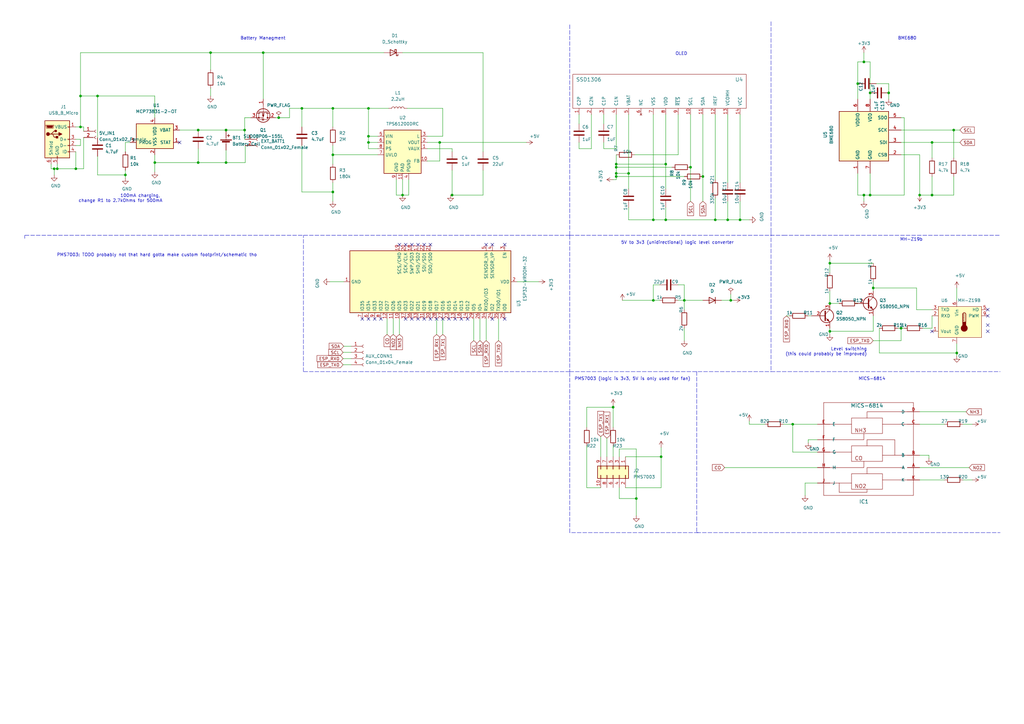
<source format=kicad_sch>
(kicad_sch (version 20210126) (generator eeschema)
  (paper "A3")
  (title_block (title "DiyAqi Esp32 Smb pcb") (date "2021-02-07") (rev "v0.0.1") (company "Elam Day-Friedland"))
  (junction (at 22.225 69.215) (diameter 0.9144))
  (junction (at 23.495 69.215) (diameter 0.9144))
  (junction (at 31.115 69.215) (diameter 0.9144))
  (junction (at 33.02 39.37) (diameter 0.9144))
  (junction (at 33.02 52.07) (diameter 0.9144))
  (junction (at 40.005 39.37) (diameter 0.9144))
  (junction (at 51.435 71.755) (diameter 0.9144))
  (junction (at 63.5 66.675) (diameter 0.9144))
  (junction (at 81.28 53.34) (diameter 0.9144))
  (junction (at 81.28 66.675) (diameter 0.9144))
  (junction (at 86.36 21.59) (diameter 0.9144))
  (junction (at 92.71 53.34) (diameter 0.9144))
  (junction (at 92.71 66.675) (diameter 0.9144))
  (junction (at 100.33 53.34) (diameter 0.9144))
  (junction (at 107.95 21.59) (diameter 0.9144))
  (junction (at 114.3 48.26) (diameter 0.9144))
  (junction (at 123.825 44.45) (diameter 0.9144))
  (junction (at 136.525 44.45) (diameter 0.9144))
  (junction (at 136.525 63.5) (diameter 0.9144))
  (junction (at 136.525 78.74) (diameter 0.9144))
  (junction (at 151.13 44.45) (diameter 0.9144))
  (junction (at 151.13 55.88) (diameter 0.9144))
  (junction (at 151.13 58.42) (diameter 0.9144))
  (junction (at 165.1 80.01) (diameter 0.9144))
  (junction (at 180.34 58.42) (diameter 0.9144))
  (junction (at 185.42 80.01) (diameter 0.9144))
  (junction (at 251.46 167.005) (diameter 0.9144))
  (junction (at 252.73 67.31) (diameter 0.9144))
  (junction (at 252.73 68.58) (diameter 0.9144))
  (junction (at 252.73 71.12) (diameter 0.9144))
  (junction (at 252.73 72.39) (diameter 0.9144))
  (junction (at 257.81 71.12) (diameter 0.9144))
  (junction (at 260.985 204.47) (diameter 0.9144))
  (junction (at 267.97 90.17) (diameter 0.9144))
  (junction (at 267.97 123.19) (diameter 0.9144))
  (junction (at 271.145 187.325) (diameter 0.9144))
  (junction (at 273.05 67.31) (diameter 0.9144))
  (junction (at 273.05 90.17) (diameter 0.9144))
  (junction (at 280.67 123.19) (diameter 0.9144))
  (junction (at 283.21 68.58) (diameter 0.9144))
  (junction (at 288.29 72.39) (diameter 0.9144))
  (junction (at 293.37 90.17) (diameter 0.9144))
  (junction (at 298.45 90.17) (diameter 0.9144))
  (junction (at 299.72 123.19) (diameter 0.9144))
  (junction (at 303.53 90.17) (diameter 0.9144))
  (junction (at 325.12 173.99) (diameter 0.9144))
  (junction (at 340.36 107.95) (diameter 0.9144))
  (junction (at 340.36 124.46) (diameter 0.9144))
  (junction (at 340.36 135.89) (diameter 0.9144))
  (junction (at 351.79 34.29) (diameter 0.9144))
  (junction (at 354.33 25.4) (diameter 0.9144))
  (junction (at 354.33 80.01) (diameter 0.9144))
  (junction (at 356.87 38.1) (diameter 0.9144))
  (junction (at 356.87 80.01) (diameter 0.9144))
  (junction (at 358.14 118.11) (diameter 0.9144))
  (junction (at 364.49 38.1) (diameter 0.9144))
  (junction (at 369.57 134.62) (diameter 0.9144))
  (junction (at 377.19 80.01) (diameter 0.9144))
  (junction (at 382.27 58.42) (diameter 0.9144))
  (junction (at 382.27 80.01) (diameter 0.9144))
  (junction (at 391.16 53.34) (diameter 0.9144))
  (junction (at 392.43 144.78) (diameter 0.9144))
  (no_connect (at 73.66 58.42))
  (no_connect (at 148.59 130.81))
  (no_connect (at 151.13 130.81))
  (no_connect (at 153.67 130.81))
  (no_connect (at 156.21 130.81))
  (no_connect (at 163.83 100.33))
  (no_connect (at 166.37 100.33))
  (no_connect (at 166.37 130.81))
  (no_connect (at 168.91 100.33))
  (no_connect (at 168.91 130.81))
  (no_connect (at 171.45 100.33))
  (no_connect (at 171.45 130.81))
  (no_connect (at 173.99 100.33))
  (no_connect (at 173.99 130.81))
  (no_connect (at 176.53 100.33))
  (no_connect (at 176.53 130.81))
  (no_connect (at 179.07 130.81))
  (no_connect (at 181.61 130.81))
  (no_connect (at 184.15 130.81))
  (no_connect (at 186.69 130.81))
  (no_connect (at 189.23 130.81))
  (no_connect (at 191.77 130.81))
  (no_connect (at 199.39 100.33))
  (no_connect (at 201.93 100.33))
  (no_connect (at 201.93 130.81))
  (no_connect (at 207.01 100.33))
  (no_connect (at 207.01 130.81))
  (no_connect (at 382.27 135.89))
  (no_connect (at 405.13 127))
  (no_connect (at 405.13 129.54))
  (no_connect (at 405.13 133.35))
  (no_connect (at 405.13 135.89))
  (wire (pts (xy 20.955 67.31) (xy 20.955 69.215)))
  (wire (pts (xy 20.955 69.215) (xy 22.225 69.215)))
  (wire (pts (xy 22.225 69.215) (xy 22.225 71.755)))
  (wire (pts (xy 22.225 69.215) (xy 23.495 69.215)))
  (wire (pts (xy 23.495 67.31) (xy 23.495 69.215)))
  (wire (pts (xy 23.495 69.215) (xy 31.115 69.215)))
  (wire (pts (xy 31.115 52.07) (xy 33.02 52.07)))
  (wire (pts (xy 31.115 57.15) (xy 33.02 57.15)))
  (wire (pts (xy 31.115 59.69) (xy 33.02 59.69)))
  (wire (pts (xy 31.115 62.23) (xy 31.115 69.215)))
  (wire (pts (xy 33.02 21.59) (xy 33.02 39.37)))
  (wire (pts (xy 33.02 21.59) (xy 86.36 21.59)))
  (wire (pts (xy 33.02 39.37) (xy 33.02 52.07)))
  (wire (pts (xy 33.02 57.15) (xy 33.02 59.69)))
  (wire (pts (xy 34.29 52.07) (xy 33.02 52.07)))
  (wire (pts (xy 34.29 52.07) (xy 34.29 53.848)))
  (wire (pts (xy 34.29 56.388) (xy 34.29 69.215)))
  (wire (pts (xy 34.29 69.215) (xy 31.115 69.215)))
  (wire (pts (xy 40.005 39.37) (xy 33.02 39.37)))
  (wire (pts (xy 40.005 39.37) (xy 40.005 56.515)))
  (wire (pts (xy 40.005 64.135) (xy 40.005 71.755)))
  (wire (pts (xy 40.005 71.755) (xy 51.435 71.755)))
  (wire (pts (xy 51.435 58.42) (xy 51.435 62.23)))
  (wire (pts (xy 51.435 69.85) (xy 51.435 71.755)))
  (wire (pts (xy 51.435 71.755) (xy 51.435 73.025)))
  (wire (pts (xy 53.34 58.42) (xy 51.435 58.42)))
  (wire (pts (xy 63.5 39.37) (xy 40.005 39.37)))
  (wire (pts (xy 63.5 48.26) (xy 63.5 39.37)))
  (wire (pts (xy 63.5 63.5) (xy 63.5 66.675)))
  (wire (pts (xy 63.5 66.675) (xy 63.5 70.485)))
  (wire (pts (xy 63.5 66.675) (xy 81.28 66.675)))
  (wire (pts (xy 73.66 53.34) (xy 81.28 53.34)))
  (wire (pts (xy 81.28 53.34) (xy 92.71 53.34)))
  (wire (pts (xy 81.28 66.675) (xy 81.28 60.96)))
  (wire (pts (xy 81.28 66.675) (xy 92.71 66.675)))
  (wire (pts (xy 86.36 21.59) (xy 86.36 28.575)))
  (wire (pts (xy 86.36 21.59) (xy 107.95 21.59)))
  (wire (pts (xy 86.36 36.195) (xy 86.36 39.37)))
  (wire (pts (xy 92.71 53.34) (xy 92.71 53.975)))
  (wire (pts (xy 92.71 53.34) (xy 100.33 53.34)))
  (wire (pts (xy 92.71 61.595) (xy 92.71 66.675)))
  (wire (pts (xy 92.71 66.675) (xy 100.584 66.675)))
  (wire (pts (xy 100.33 48.26) (xy 100.33 53.34)))
  (wire (pts (xy 100.33 48.26) (xy 102.87 48.26)))
  (wire (pts (xy 100.33 53.34) (xy 100.33 57.15)))
  (wire (pts (xy 100.33 57.15) (xy 100.584 57.15)))
  (wire (pts (xy 100.584 59.69) (xy 100.584 66.675)))
  (wire (pts (xy 107.95 21.59) (xy 107.95 40.64)))
  (wire (pts (xy 107.95 21.59) (xy 157.48 21.59)))
  (wire (pts (xy 113.03 48.26) (xy 114.3 48.26)))
  (wire (pts (xy 114.3 48.26) (xy 118.745 48.26)))
  (wire (pts (xy 118.745 44.45) (xy 123.825 44.45)))
  (wire (pts (xy 118.745 48.26) (xy 118.745 44.45)))
  (wire (pts (xy 123.825 44.45) (xy 123.825 52.07)))
  (wire (pts (xy 123.825 44.45) (xy 136.525 44.45)))
  (wire (pts (xy 123.825 59.69) (xy 123.825 78.74)))
  (wire (pts (xy 123.825 78.74) (xy 136.525 78.74)))
  (wire (pts (xy 136.525 44.45) (xy 136.525 52.07)))
  (wire (pts (xy 136.525 44.45) (xy 151.13 44.45)))
  (wire (pts (xy 136.525 59.69) (xy 136.525 63.5)))
  (wire (pts (xy 136.525 63.5) (xy 136.525 67.31)))
  (wire (pts (xy 136.525 74.93) (xy 136.525 78.74)))
  (wire (pts (xy 136.525 78.74) (xy 136.525 82.55)))
  (wire (pts (xy 140.716 144.526) (xy 144.018 144.526)))
  (wire (pts (xy 140.716 147.066) (xy 144.018 147.066)))
  (wire (pts (xy 140.716 149.606) (xy 144.018 149.606)))
  (wire (pts (xy 140.97 115.57) (xy 135.255 115.57)))
  (wire (pts (xy 140.97 141.986) (xy 144.018 141.986)))
  (wire (pts (xy 151.13 44.45) (xy 151.13 55.88)))
  (wire (pts (xy 151.13 44.45) (xy 159.385 44.45)))
  (wire (pts (xy 151.13 55.88) (xy 151.13 58.42)))
  (wire (pts (xy 151.13 55.88) (xy 154.94 55.88)))
  (wire (pts (xy 151.13 58.42) (xy 151.13 60.96)))
  (wire (pts (xy 151.13 58.42) (xy 154.94 58.42)))
  (wire (pts (xy 151.13 60.96) (xy 154.94 60.96)))
  (wire (pts (xy 154.94 63.5) (xy 136.525 63.5)))
  (wire (pts (xy 158.75 130.81) (xy 158.75 137.16)))
  (wire (pts (xy 161.29 130.81) (xy 161.29 137.16)))
  (wire (pts (xy 162.56 73.66) (xy 162.56 80.01)))
  (wire (pts (xy 162.56 80.01) (xy 165.1 80.01)))
  (wire (pts (xy 163.83 130.81) (xy 163.83 137.16)))
  (wire (pts (xy 165.1 21.59) (xy 198.12 21.59)))
  (wire (pts (xy 165.1 73.66) (xy 165.1 80.01)))
  (wire (pts (xy 167.005 44.45) (xy 181.61 44.45)))
  (wire (pts (xy 167.64 73.66) (xy 167.64 80.01)))
  (wire (pts (xy 167.64 80.01) (xy 165.1 80.01)))
  (wire (pts (xy 175.26 55.88) (xy 181.61 55.88)))
  (wire (pts (xy 175.26 58.42) (xy 180.34 58.42)))
  (wire (pts (xy 175.26 60.96) (xy 185.42 60.96)))
  (wire (pts (xy 179.07 130.81) (xy 179.07 137.16)))
  (wire (pts (xy 180.34 58.42) (xy 180.34 66.04)))
  (wire (pts (xy 180.34 58.42) (xy 215.9 58.42)))
  (wire (pts (xy 180.34 66.04) (xy 175.26 66.04)))
  (wire (pts (xy 181.61 55.88) (xy 181.61 44.45)))
  (wire (pts (xy 181.61 130.81) (xy 181.61 137.16)))
  (wire (pts (xy 185.42 60.96) (xy 185.42 62.23)))
  (wire (pts (xy 185.42 69.85) (xy 185.42 80.01)))
  (wire (pts (xy 185.42 80.01) (xy 184.785 80.01)))
  (wire (pts (xy 194.31 130.81) (xy 194.31 139.7)))
  (wire (pts (xy 196.85 130.81) (xy 196.85 139.7)))
  (wire (pts (xy 198.12 21.59) (xy 198.12 62.23)))
  (wire (pts (xy 198.12 69.85) (xy 198.12 80.01)))
  (wire (pts (xy 198.12 80.01) (xy 185.42 80.01)))
  (wire (pts (xy 199.39 130.81) (xy 199.39 139.7)))
  (wire (pts (xy 204.47 130.81) (xy 204.47 139.7)))
  (wire (pts (xy 220.98 115.57) (xy 212.09 115.57)))
  (wire (pts (xy 237.49 46.99) (xy 237.49 50.8)))
  (wire (pts (xy 237.49 58.42) (xy 237.49 60.96)))
  (wire (pts (xy 240.665 167.005) (xy 251.46 167.005)))
  (wire (pts (xy 240.665 175.26) (xy 240.665 167.005)))
  (wire (pts (xy 240.665 200.025) (xy 240.665 182.88)))
  (wire (pts (xy 242.57 46.99) (xy 242.57 60.96)))
  (wire (pts (xy 242.57 60.96) (xy 237.49 60.96)))
  (wire (pts (xy 246.38 179.07) (xy 246.38 187.325)))
  (wire (pts (xy 246.38 200.025) (xy 240.665 200.025)))
  (wire (pts (xy 247.65 46.99) (xy 247.65 50.8)))
  (wire (pts (xy 247.65 58.42) (xy 247.65 60.96)))
  (wire (pts (xy 247.65 60.96) (xy 252.73 60.96)))
  (wire (pts (xy 248.92 179.705) (xy 248.92 187.325)))
  (wire (pts (xy 251.46 73.66) (xy 252.73 73.66)))
  (wire (pts (xy 251.46 166.37) (xy 251.46 167.005)))
  (wire (pts (xy 251.46 167.005) (xy 251.46 175.26)))
  (wire (pts (xy 251.46 182.88) (xy 251.46 187.325)))
  (wire (pts (xy 252.73 46.99) (xy 252.73 60.96)))
  (wire (pts (xy 252.73 63.5) (xy 252.73 67.31)))
  (wire (pts (xy 252.73 67.31) (xy 252.73 68.58)))
  (wire (pts (xy 252.73 67.31) (xy 273.05 67.31)))
  (wire (pts (xy 252.73 68.58) (xy 252.73 71.12)))
  (wire (pts (xy 252.73 68.58) (xy 275.59 68.58)))
  (wire (pts (xy 252.73 71.12) (xy 252.73 72.39)))
  (wire (pts (xy 252.73 71.12) (xy 257.81 71.12)))
  (wire (pts (xy 252.73 72.39) (xy 252.73 73.66)))
  (wire (pts (xy 252.73 72.39) (xy 280.67 72.39)))
  (wire (pts (xy 254 184.15) (xy 260.985 184.15)))
  (wire (pts (xy 254 187.325) (xy 254 184.15)))
  (wire (pts (xy 254 200.025) (xy 254 204.47)))
  (wire (pts (xy 254 204.47) (xy 260.985 204.47)))
  (wire (pts (xy 255.27 123.19) (xy 267.97 123.19)))
  (wire (pts (xy 256.54 187.325) (xy 271.145 187.325)))
  (wire (pts (xy 256.54 200.025) (xy 271.145 200.025)))
  (wire (pts (xy 257.81 71.12) (xy 257.81 46.99)))
  (wire (pts (xy 257.81 77.47) (xy 257.81 71.12)))
  (wire (pts (xy 257.81 85.09) (xy 257.81 90.17)))
  (wire (pts (xy 257.81 90.17) (xy 267.97 90.17)))
  (wire (pts (xy 260.35 63.5) (xy 278.13 63.5)))
  (wire (pts (xy 260.985 184.15) (xy 260.985 204.47)))
  (wire (pts (xy 260.985 204.47) (xy 260.985 211.455)))
  (wire (pts (xy 267.97 90.17) (xy 267.97 46.99)))
  (wire (pts (xy 267.97 116.84) (xy 267.97 123.19)))
  (wire (pts (xy 267.97 123.19) (xy 270.51 123.19)))
  (wire (pts (xy 270.51 116.84) (xy 267.97 116.84)))
  (wire (pts (xy 271.145 187.325) (xy 271.145 183.515)))
  (wire (pts (xy 271.145 200.025) (xy 271.145 187.325)))
  (wire (pts (xy 273.05 67.31) (xy 273.05 46.99)))
  (wire (pts (xy 273.05 77.47) (xy 273.05 67.31)))
  (wire (pts (xy 273.05 85.09) (xy 273.05 90.17)))
  (wire (pts (xy 273.05 90.17) (xy 267.97 90.17)))
  (wire (pts (xy 273.05 90.17) (xy 293.37 90.17)))
  (wire (pts (xy 278.13 63.5) (xy 278.13 46.99)))
  (wire (pts (xy 278.13 116.84) (xy 280.67 116.84)))
  (wire (pts (xy 278.13 123.19) (xy 280.67 123.19)))
  (wire (pts (xy 280.67 116.84) (xy 280.67 123.19)))
  (wire (pts (xy 280.67 123.19) (xy 280.67 127)))
  (wire (pts (xy 280.67 123.19) (xy 288.29 123.19)))
  (wire (pts (xy 280.67 134.62) (xy 280.67 139.7)))
  (wire (pts (xy 283.21 68.58) (xy 283.21 46.99)))
  (wire (pts (xy 283.21 82.55) (xy 283.21 68.58)))
  (wire (pts (xy 288.29 72.39) (xy 288.29 46.99)))
  (wire (pts (xy 288.29 82.55) (xy 288.29 72.39)))
  (wire (pts (xy 293.37 73.66) (xy 293.37 46.99)))
  (wire (pts (xy 293.37 90.17) (xy 293.37 81.28)))
  (wire (pts (xy 293.37 90.17) (xy 298.45 90.17)))
  (wire (pts (xy 295.91 123.19) (xy 299.72 123.19)))
  (wire (pts (xy 297.18 191.77) (xy 335.28 191.77)))
  (wire (pts (xy 298.45 74.93) (xy 298.45 46.99)))
  (wire (pts (xy 298.45 90.17) (xy 298.45 82.55)))
  (wire (pts (xy 298.45 90.17) (xy 303.53 90.17)))
  (wire (pts (xy 299.72 120.65) (xy 299.72 123.19)))
  (wire (pts (xy 299.72 123.19) (xy 300.99 123.19)))
  (wire (pts (xy 303.53 74.93) (xy 303.53 46.99)))
  (wire (pts (xy 303.53 90.17) (xy 303.53 82.55)))
  (wire (pts (xy 303.53 90.17) (xy 307.34 90.17)))
  (wire (pts (xy 307.34 173.99) (xy 307.34 172.72)))
  (wire (pts (xy 313.69 173.99) (xy 307.34 173.99)))
  (wire (pts (xy 321.31 173.99) (xy 325.12 173.99)))
  (wire (pts (xy 322.58 129.54) (xy 323.85 129.54)))
  (wire (pts (xy 325.12 173.99) (xy 325.12 185.42)))
  (wire (pts (xy 325.12 173.99) (xy 335.28 173.99)))
  (wire (pts (xy 330.2 198.12) (xy 330.2 203.2)))
  (wire (pts (xy 331.47 129.54) (xy 332.74 129.54)))
  (wire (pts (xy 331.47 180.34) (xy 331.47 181.61)))
  (wire (pts (xy 335.28 180.34) (xy 331.47 180.34)))
  (wire (pts (xy 335.28 185.42) (xy 325.12 185.42)))
  (wire (pts (xy 335.28 198.12) (xy 330.2 198.12)))
  (wire (pts (xy 340.36 106.68) (xy 340.36 107.95)))
  (wire (pts (xy 340.36 107.95) (xy 340.36 111.76)))
  (wire (pts (xy 340.36 119.38) (xy 340.36 124.46)))
  (wire (pts (xy 340.36 124.46) (xy 344.17 124.46)))
  (wire (pts (xy 340.36 134.62) (xy 340.36 135.89)))
  (wire (pts (xy 340.36 135.89) (xy 340.36 137.16)))
  (wire (pts (xy 350.52 124.46) (xy 351.79 124.46)))
  (wire (pts (xy 351.79 25.4) (xy 351.79 34.29)))
  (wire (pts (xy 351.79 25.4) (xy 354.33 25.4)))
  (wire (pts (xy 351.79 34.29) (xy 351.79 40.64)))
  (wire (pts (xy 351.79 71.12) (xy 351.79 80.01)))
  (wire (pts (xy 351.79 80.01) (xy 354.33 80.01)))
  (wire (pts (xy 354.33 21.59) (xy 354.33 25.4)))
  (wire (pts (xy 354.33 25.4) (xy 356.87 25.4)))
  (wire (pts (xy 354.33 80.01) (xy 356.87 80.01)))
  (wire (pts (xy 354.33 82.55) (xy 354.33 80.01)))
  (wire (pts (xy 356.87 25.4) (xy 356.87 38.1)))
  (wire (pts (xy 356.87 38.1) (xy 356.87 40.64)))
  (wire (pts (xy 356.87 71.12) (xy 356.87 80.01)))
  (wire (pts (xy 358.14 107.95) (xy 340.36 107.95)))
  (wire (pts (xy 358.14 115.57) (xy 358.14 118.11)))
  (wire (pts (xy 358.14 118.11) (xy 358.14 119.38)))
  (wire (pts (xy 358.14 118.11) (xy 375.92 118.11)))
  (wire (pts (xy 358.14 129.54) (xy 358.14 135.89)))
  (wire (pts (xy 358.14 135.89) (xy 340.36 135.89)))
  (wire (pts (xy 359.41 34.29) (xy 364.49 34.29)))
  (wire (pts (xy 360.68 134.62) (xy 360.68 144.78)))
  (wire (pts (xy 360.68 144.78) (xy 392.43 144.78)))
  (wire (pts (xy 364.49 34.29) (xy 364.49 38.1)))
  (wire (pts (xy 364.49 38.1) (xy 364.49 40.64)))
  (wire (pts (xy 368.3 134.62) (xy 369.57 134.62)))
  (wire (pts (xy 369.57 48.26) (xy 370.84 48.26)))
  (wire (pts (xy 369.57 53.34) (xy 391.16 53.34)))
  (wire (pts (xy 369.57 58.42) (xy 382.27 58.42)))
  (wire (pts (xy 369.57 63.5) (xy 377.19 63.5)))
  (wire (pts (xy 369.57 134.62) (xy 369.57 139.7)))
  (wire (pts (xy 369.57 134.62) (xy 370.84 134.62)))
  (wire (pts (xy 369.57 139.7) (xy 358.14 139.7)))
  (wire (pts (xy 370.84 48.26) (xy 370.84 80.01)))
  (wire (pts (xy 370.84 80.01) (xy 356.87 80.01)))
  (wire (pts (xy 375.92 118.11) (xy 375.92 127)))
  (wire (pts (xy 375.92 127) (xy 382.27 127)))
  (wire (pts (xy 377.19 63.5) (xy 377.19 80.01)))
  (wire (pts (xy 377.19 168.91) (xy 396.24 168.91)))
  (wire (pts (xy 377.19 173.99) (xy 387.35 173.99)))
  (wire (pts (xy 377.19 186.69) (xy 381 186.69)))
  (wire (pts (xy 377.19 191.77) (xy 397.51 191.77)))
  (wire (pts (xy 377.19 196.85) (xy 387.35 196.85)))
  (wire (pts (xy 381 186.69) (xy 381 187.96)))
  (wire (pts (xy 382.27 58.42) (xy 382.27 64.77)))
  (wire (pts (xy 382.27 58.42) (xy 393.7 58.42)))
  (wire (pts (xy 382.27 72.39) (xy 382.27 80.01)))
  (wire (pts (xy 382.27 80.01) (xy 377.19 80.01)))
  (wire (pts (xy 382.27 129.54) (xy 382.27 134.62)))
  (wire (pts (xy 382.27 134.62) (xy 378.46 134.62)))
  (wire (pts (xy 391.16 53.34) (xy 391.16 64.77)))
  (wire (pts (xy 391.16 53.34) (xy 393.7 53.34)))
  (wire (pts (xy 391.16 72.39) (xy 391.16 80.01)))
  (wire (pts (xy 391.16 80.01) (xy 382.27 80.01)))
  (wire (pts (xy 392.43 118.11) (xy 392.43 123.19)))
  (wire (pts (xy 392.43 140.97) (xy 392.43 144.78)))
  (wire (pts (xy 392.43 144.78) (xy 392.43 146.05)))
  (wire (pts (xy 394.97 173.99) (xy 398.78 173.99)))
  (wire (pts (xy 394.97 196.85) (xy 398.78 196.85)))
  (polyline (pts (xy 10.16 96.52) (xy 10.16 97.79)) (stroke (width 0) (type dash)))
  (polyline (pts (xy 124.46 152.4) (xy 124.46 96.52)) (stroke (width 0) (type dash)))
  (polyline (pts (xy 233.68 10.16) (xy 233.68 96.52)) (stroke (width 0) (type dash)))
  (polyline (pts (xy 233.68 96.52) (xy 10.16 96.52)) (stroke (width 0) (type dash)))
  (polyline (pts (xy 233.68 96.52) (xy 233.68 152.4)) (stroke (width 0) (type dash)))
  (polyline (pts (xy 233.68 96.52) (xy 321.31 96.52)) (stroke (width 0) (type dash)))
  (polyline (pts (xy 233.68 152.4) (xy 124.46 152.4)) (stroke (width 0) (type dash)))
  (polyline (pts (xy 233.68 152.4) (xy 316.23 152.4)) (stroke (width 0) (type dash)))
  (polyline (pts (xy 233.68 218.44) (xy 233.68 152.4)) (stroke (width 0) (type dash)))
  (polyline (pts (xy 285.75 152.4) (xy 285.75 218.44)) (stroke (width 0) (type dash)))
  (polyline (pts (xy 285.75 218.44) (xy 410.21 218.44)) (stroke (width 0) (type dash)))
  (polyline (pts (xy 286.385 218.44) (xy 233.68 218.44)) (stroke (width 0) (type dash)))
  (polyline (pts (xy 316.23 8.89) (xy 316.23 95.25)) (stroke (width 0) (type dash)))
  (polyline (pts (xy 316.23 95.25) (xy 316.23 152.4)) (stroke (width 0) (type dash)))
  (polyline (pts (xy 316.23 152.4) (xy 410.21 152.4)) (stroke (width 0) (type dash)))
  (polyline (pts (xy 321.31 96.52) (xy 410.21 96.52)) (stroke (width 0) (type dash)))
  (text "100mA charging, \nchange R1 to 2.7kOhms for 500mA" (at 66.675 83.185 180) (effects (font (size 1.27 1.27)) (justify right bottom)))
  (text "PMS7003: TODO probably not that hard gotta make custom footprint/schematic tho\n" (at 105.41 105.41 0) (effects (font (size 1.27 1.27)) (justify right bottom)))
  (text "Battery Managment " (at 118.11 16.51 180) (effects (font (size 1.27 1.27)) (justify right bottom)))
  (text "OLED\n" (at 281.94 22.86 180) (effects (font (size 1.27 1.27)) (justify right bottom)))
  (text "PMS7003 (logic is 3v3, 5V is only used for fan)\n" (at 283.21 156.21 180) (effects (font (size 1.27 1.27)) (justify right bottom)))
  (text "5V to 3v3 (unidirectional) logic level converter\n" (at 300.99 100.33 180) (effects (font (size 1.27 1.27)) (justify right bottom)))
  (text "Level switching\n(this could probably be improved)" (at 355.6 146.05 180) (effects (font (size 1.27 1.27)) (justify right bottom)))
  (text "MiCS-6814\n" (at 363.22 156.21 180) (effects (font (size 1.27 1.27)) (justify right bottom)))
  (text "BME680\n" (at 375.92 16.51 180) (effects (font (size 1.27 1.27)) (justify right bottom)))
  (text "MH-Z19b\n" (at 378.46 99.06 180) (effects (font (size 1.27 1.27)) (justify right bottom)))
  (global_label "SCL" (shape input) (at 140.716 144.526 180) (property "Intersheet References" "${INTERSHEET_REFS}" (effects hide)))
  (global_label "ESP_RX0" (shape input) (at 140.716 147.066 180) (property "Intersheet References" "${INTERSHEET_REFS}" (effects hide)))
  (global_label "ESP_TX0" (shape input) (at 140.716 149.606 180) (property "Intersheet References" "${INTERSHEET_REFS}" (effects hide)))
  (global_label "SDA" (shape input) (at 140.97 141.986 180) (property "Intersheet References" "${INTERSHEET_REFS}" (effects hide)))
  (global_label "CO" (shape input) (at 158.75 137.16 270) (property "Intersheet References" "${INTERSHEET_REFS}" (effects hide)))
  (global_label "NO2" (shape input) (at 161.29 137.16 270) (property "Intersheet References" "${INTERSHEET_REFS}" (effects hide)))
  (global_label "NH3" (shape input) (at 163.83 137.16 270) (property "Intersheet References" "${INTERSHEET_REFS}" (effects hide)))
  (global_label "ESP_RX1" (shape input) (at 179.07 137.16 270) (property "Intersheet References" "${INTERSHEET_REFS}" (effects hide)))
  (global_label "ESP_TX1" (shape input) (at 181.61 137.16 270) (property "Intersheet References" "${INTERSHEET_REFS}" (effects hide)))
  (global_label "SCL" (shape input) (at 194.31 139.7 270) (property "Intersheet References" "${INTERSHEET_REFS}" (effects hide)))
  (global_label "SDA" (shape input) (at 196.85 139.7 270) (property "Intersheet References" "${INTERSHEET_REFS}" (effects hide)))
  (global_label "ESP_RX0" (shape input) (at 199.39 139.7 270) (property "Intersheet References" "${INTERSHEET_REFS}" (effects hide)))
  (global_label "ESP_TX0" (shape input) (at 204.47 139.7 270) (property "Intersheet References" "${INTERSHEET_REFS}" (effects hide)))
  (global_label "ESP_TX1" (shape input) (at 246.38 179.07 90) (property "Intersheet References" "${INTERSHEET_REFS}" (effects hide)))
  (global_label "ESP_RX1" (shape input) (at 248.92 179.705 90) (property "Intersheet References" "${INTERSHEET_REFS}" (effects hide)))
  (global_label "SCL" (shape input) (at 283.21 82.55 270) (property "Intersheet References" "${INTERSHEET_REFS}" (effects hide)))
  (global_label "SDA" (shape input) (at 288.29 82.55 270) (property "Intersheet References" "${INTERSHEET_REFS}" (effects hide)))
  (global_label "CO" (shape input) (at 297.18 191.77 180) (property "Intersheet References" "${INTERSHEET_REFS}" (effects hide)))
  (global_label "ESP_RX0" (shape input) (at 322.58 129.54 270) (property "Intersheet References" "${INTERSHEET_REFS}" (effects hide)))
  (global_label "ESP_TX0" (shape input) (at 358.14 139.7 180) (property "Intersheet References" "${INTERSHEET_REFS}" (effects hide)))
  (global_label "SCL" (shape input) (at 393.7 53.34 0) (property "Intersheet References" "${INTERSHEET_REFS}" (effects hide)))
  (global_label "SDA" (shape input) (at 393.7 58.42 0) (property "Intersheet References" "${INTERSHEET_REFS}" (effects hide)))
  (global_label "NH3" (shape input) (at 396.24 168.91 0) (property "Intersheet References" "${INTERSHEET_REFS}" (effects hide)))
  (global_label "NO2" (shape input) (at 397.51 191.77 0) (property "Intersheet References" "${INTERSHEET_REFS}" (effects hide)))
  (symbol (lib_id "power:PWR_FLAG") (at 114.3 48.26 0) (unit 1)
    (property "Reference" "#FLG0101" (effects hide))
    (property "Value" "PWR_FLAG" (at 114.3 43.18 0))
  )
  (symbol (lib_id "power:PWR_FLAG") (at 299.72 120.65 0) (unit 1)
    (property "Reference" "#FLG0102" (effects hide))
    (property "Value" "PWR_FLAG" (at 299.72 115.57 0))
  )
  (symbol (lib_id "power:+5V") (at 215.9 58.42 270) (unit 1)
    (property "Reference" "#PWR0101" (effects hide))
    (property "Value" "+5V" (at 217.17 55.88 90) (effects (justify left)))
  )
  (symbol (lib_id "power:+3V3") (at 220.98 115.57 270) (unit 1)
    (property "Reference" "#PWR0104" (effects hide))
    (property "Value" "+3V3" (at 226.06 116.84 0))
  )
  (symbol (lib_id "power:+3V3") (at 251.46 73.66 90) (unit 1)
    (property "Reference" "#PWR0113" (effects hide))
    (property "Value" "+3V3" (at 246.38 72.39 0))
  )
  (symbol (lib_id "power:+3V3") (at 251.46 166.37 0) (unit 1)
    (property "Reference" "#PWR0126" (effects hide))
    (property "Value" "+3V3" (at 252.73 161.29 0))
  )
  (symbol (lib_id "power:+5V") (at 255.27 123.19 0) (unit 1)
    (property "Reference" "#PWR0123" (effects hide))
    (property "Value" "+5V" (at 256.54 120.65 0) (effects (justify left)))
  )
  (symbol (lib_id "power:+5V") (at 271.145 183.515 0) (unit 1)
    (property "Reference" "#PWR0124" (effects hide))
    (property "Value" "+5V" (at 272.415 177.8 0))
  )
  (symbol (lib_name "power:+3V3_1") (lib_id "power:+3V3") (at 300.99 123.19 270) (unit 1)
    (property "Reference" "#PWR0106" (effects hide))
    (property "Value" "+3V3" (at 302.26 121.92 90) (effects (justify left)))
  )
  (symbol (lib_id "power:+5V") (at 307.34 172.72 0) (unit 1)
    (property "Reference" "#PWR0121" (effects hide))
    (property "Value" "+5V" (at 304.8 170.18 0))
  )
  (symbol (lib_id "power:+5V") (at 340.36 106.68 0) (unit 1)
    (property "Reference" "#PWR0111" (effects hide))
    (property "Value" "+5V" (at 341.63 101.6 0))
  )
  (symbol (lib_id "power:+3V3") (at 354.33 21.59 0) (unit 1)
    (property "Reference" "#PWR0114" (effects hide))
    (property "Value" "+3V3" (at 354.33 17.78 0))
  )
  (symbol (lib_id "power:+3V3") (at 377.19 80.01 180) (unit 1)
    (property "Reference" "#PWR0108" (effects hide))
    (property "Value" "+3V3" (at 377.19 85.09 0))
  )
  (symbol (lib_id "power:+5V") (at 392.43 118.11 0) (unit 1)
    (property "Reference" "#PWR0109" (effects hide))
    (property "Value" "+5V" (at 393.7 113.03 0))
  )
  (symbol (lib_id "power:+5V") (at 398.78 173.99 270) (unit 1)
    (property "Reference" "#PWR0117" (effects hide))
    (property "Value" "+5V" (at 402.59 172.72 90))
  )
  (symbol (lib_id "power:+5V") (at 398.78 196.85 270) (unit 1)
    (property "Reference" "#PWR0118" (effects hide))
    (property "Value" "+5V" (at 402.59 195.58 90))
  )
  (symbol (lib_id "Device:L") (at 163.195 44.45 90) (unit 1)
    (property "Reference" "L1" (at 163.195 38.1 90))
    (property "Value" "2.2uH" (at 163.195 40.64 90))
    (property "Footprint" "Capacitor_SMD:C_0805_2012Metric" (effects hide))
    (property "LCSC" "C1043" (effects hide))
  )
  (symbol (lib_id "power:GND") (at 22.225 71.755 0) (unit 1)
    (property "Reference" "#PWR01" (effects hide))
    (property "Value" "GND" (at 22.86 76.2 0))
  )
  (symbol (lib_id "power:GND") (at 51.435 73.025 0) (unit 1)
    (property "Reference" "#PWR02" (effects hide))
    (property "Value" "GND" (at 52.07 77.47 0))
  )
  (symbol (lib_id "power:GND") (at 63.5 70.485 0) (unit 1)
    (property "Reference" "#PWR03" (effects hide))
    (property "Value" "GND" (at 64.135 74.93 0))
  )
  (symbol (lib_id "power:GND") (at 86.36 39.37 0) (unit 1)
    (property "Reference" "#PWR0102" (effects hide))
    (property "Value" "GND" (at 86.995 43.815 0))
  )
  (symbol (lib_id "power:GND") (at 135.255 115.57 270) (unit 1)
    (property "Reference" "#PWR0103" (effects hide))
    (property "Value" "GND" (at 130.175 116.205 0))
  )
  (symbol (lib_id "power:GND") (at 136.525 82.55 0) (unit 1)
    (property "Reference" "#PWR04" (effects hide))
    (property "Value" "GND" (at 137.795 86.995 0))
  )
  (symbol (lib_id "power:GND") (at 165.1 80.01 0) (unit 1)
    (property "Reference" "#PWR05" (effects hide))
    (property "Value" "GND" (at 166.37 85.09 0))
  )
  (symbol (lib_id "power:GND") (at 184.785 80.01 0) (unit 1)
    (property "Reference" "#PWR06" (effects hide))
    (property "Value" "GND" (at 186.055 85.09 0))
  )
  (symbol (lib_id "power:GND") (at 260.985 211.455 0) (unit 1)
    (property "Reference" "#PWR0125" (effects hide))
    (property "Value" "GND" (at 262.255 215.9 0))
  )
  (symbol (lib_id "power:GND") (at 280.67 139.7 0) (unit 1)
    (property "Reference" "#PWR0122" (effects hide))
    (property "Value" "GND" (at 281.94 144.78 0))
  )
  (symbol (lib_id "power:GND") (at 307.34 90.17 90) (unit 1)
    (property "Reference" "#PWR0105" (effects hide))
    (property "Value" "GND" (at 312.42 88.9 0))
  )
  (symbol (lib_id "power:GND") (at 330.2 203.2 0) (unit 1)
    (property "Reference" "#PWR0119" (effects hide))
    (property "Value" "GND" (at 331.47 208.28 0))
  )
  (symbol (lib_id "power:GND") (at 331.47 181.61 0) (unit 1)
    (property "Reference" "#PWR0120" (effects hide))
    (property "Value" "GND" (at 334.01 184.15 0))
  )
  (symbol (lib_id "power:GND") (at 340.36 137.16 0) (unit 1)
    (property "Reference" "#PWR0112" (effects hide))
    (property "Value" "GND" (at 337.82 137.16 0))
  )
  (symbol (lib_id "power:GND") (at 354.33 82.55 0) (unit 1)
    (property "Reference" "#PWR0115" (effects hide))
    (property "Value" "GND" (at 355.6 85.725 90) (effects (justify right)))
  )
  (symbol (lib_id "power:GND") (at 364.49 40.64 0) (unit 1)
    (property "Reference" "#PWR0107" (effects hide))
    (property "Value" "GND" (at 367.03 43.18 0))
  )
  (symbol (lib_id "power:GND") (at 381 187.96 0) (unit 1)
    (property "Reference" "#PWR0116" (effects hide))
    (property "Value" "GND" (at 383.54 190.5 0))
  )
  (symbol (lib_id "power:GND") (at 392.43 146.05 0) (unit 1)
    (property "Reference" "#PWR0110" (effects hide))
    (property "Value" "GND" (at 394.97 146.05 0))
  )
  (symbol (lib_id "Device:R") (at 51.435 66.04 0) (unit 1)
    (property "Reference" "R1" (at 53.34 64.77 0) (effects (justify left)))
    (property "Value" "10k" (at 53.34 67.31 0) (effects (justify left)))
    (property "Footprint" "Capacitor_SMD:C_1206_3216Metric" (effects hide))
    (property "LCSC" "C17902" (effects hide))
  )
  (symbol (lib_id "Device:R") (at 86.36 32.385 0) (unit 1)
    (property "Reference" "R4" (at 88.9 31.75 0) (effects (justify left)))
    (property "Value" "10k" (at 88.9 34.29 0) (effects (justify left)))
    (property "Footprint" "Capacitor_SMD:C_0201_0603Metric" (effects hide))
    (property "LCSC" "C25804" (effects hide))
  )
  (symbol (lib_id "Device:R") (at 136.525 55.88 0) (unit 1)
    (property "Reference" "R2" (at 139.065 54.61 0) (effects (justify left)))
    (property "Value" "2M" (at 139.065 57.15 0) (effects (justify left)))
    (property "Footprint" "Capacitor_SMD:C_0201_0603Metric" (effects hide))
    (property "LCSC" "C22976" (effects hide))
  )
  (symbol (lib_id "Device:R") (at 136.525 71.12 0) (unit 1)
    (property "Reference" "R3" (at 139.065 69.85 0) (effects (justify left)))
    (property "Value" "180k" (at 139.065 72.39 0) (effects (justify left)))
    (property "Footprint" "Capacitor_SMD:C_0201_0603Metric" (effects hide))
    (property "LCSC" "C22827" (effects hide))
  )
  (symbol (lib_id "Device:R") (at 240.665 179.07 180) (unit 1)
    (property "Reference" "R22" (at 244.475 182.88 0) (effects (justify left)))
    (property "Value" "10k" (at 245.745 180.34 0) (effects (justify left)))
    (property "Footprint" "Capacitor_SMD:C_0201_0603Metric" (effects hide))
    (property "LCSC" "C25804" (effects hide))
  )
  (symbol (lib_id "Device:R") (at 251.46 179.07 180) (unit 1)
    (property "Reference" "R23" (at 255.27 182.88 0) (effects (justify left)))
    (property "Value" "10k" (at 256.54 180.34 0) (effects (justify left)))
    (property "Footprint" "Capacitor_SMD:C_0201_0603Metric" (effects hide))
    (property "LCSC" "C25804" (effects hide))
  )
  (symbol (lib_id "Device:R") (at 256.54 63.5 90) (unit 1)
    (property "Reference" "R7" (at 252.73 62.23 0) (effects (justify left)))
    (property "Value" "10k" (at 259.08 62.23 90) (effects (justify left)))
    (property "Footprint" "Capacitor_SMD:C_0201_0603Metric" (effects hide))
    (property "LCSC" "C25804" (effects hide))
  )
  (symbol (lib_id "Device:R") (at 274.32 123.19 90) (unit 1)
    (property "Reference" "R5" (at 278.13 121.92 90))
    (property "Value" "1k" (at 270.51 121.92 90))
    (property "Footprint" "Capacitor_SMD:C_0201_0603Metric" (effects hide))
    (property "LCSC" "C21190" (effects hide))
  )
  (symbol (lib_id "Device:R") (at 279.4 68.58 90) (unit 1)
    (property "Reference" "R8" (at 275.59 72.39 0) (effects (justify left)))
    (property "Value" "10k" (at 278.13 73.66 0) (effects (justify left)))
    (property "Footprint" "Capacitor_SMD:C_0201_0603Metric" (effects hide))
    (property "LCSC" "C25804" (effects hide))
  )
  (symbol (lib_id "Device:R") (at 280.67 130.81 180) (unit 1)
    (property "Reference" "R6" (at 279.4 127 90))
    (property "Value" "2k" (at 279.4 134.62 90))
    (property "Footprint" "Capacitor_SMD:C_0201_0603Metric" (effects hide))
    (property "LCSC" " C4190" (effects hide))
  )
  (symbol (lib_id "Device:R") (at 284.48 72.39 90) (unit 1)
    (property "Reference" "R9" (at 280.67 76.2 0) (effects (justify left)))
    (property "Value" "10k" (at 283.21 77.47 0) (effects (justify left)))
    (property "Footprint" "Capacitor_SMD:C_0201_0603Metric" (effects hide))
    (property "LCSC" "C25804" (effects hide))
  )
  (symbol (lib_id "Device:R") (at 293.37 77.47 180) (unit 1)
    (property "Reference" "R21" (at 292.1 73.66 90))
    (property "Value" "330k" (at 292.1 81.28 90))
    (property "Footprint" "Capacitor_SMD:C_0201_0603Metric" (effects hide))
    (property "LCSC" " C23137" (effects hide))
  )
  (symbol (lib_id "Device:R") (at 317.5 173.99 90) (unit 1)
    (property "Reference" "R10" (at 321.31 172.72 90))
    (property "Value" "820" (at 313.69 172.72 90))
    (property "Footprint" "Capacitor_SMD:C_0201_0603Metric" (effects hide))
    (property "LCSC" "C23253" (effects hide))
  )
  (symbol (lib_id "Device:R") (at 327.66 129.54 90) (unit 1)
    (property "Reference" "R11" (at 331.47 128.27 90))
    (property "Value" "1k" (at 323.85 128.27 90))
    (property "Footprint" "Capacitor_SMD:C_0201_0603Metric" (effects hide))
    (property "LCSC" "C21190" (effects hide))
  )
  (symbol (lib_id "Device:R") (at 340.36 115.57 180) (unit 1)
    (property "Reference" "R12" (at 339.09 111.76 90))
    (property "Value" "1k" (at 339.09 119.38 90))
    (property "Footprint" "Capacitor_SMD:C_0201_0603Metric" (effects hide))
    (property "LCSC" "C21190" (effects hide))
  )
  (symbol (lib_id "Device:R") (at 347.98 124.46 90) (unit 1)
    (property "Reference" "R13" (at 351.79 123.19 90))
    (property "Value" "1k" (at 344.17 123.19 90))
    (property "Footprint" "Capacitor_SMD:C_0201_0603Metric" (effects hide))
    (property "LCSC" "C21190" (effects hide))
  )
  (symbol (lib_id "Device:R") (at 358.14 111.76 180) (unit 1)
    (property "Reference" "R14" (at 356.87 107.95 90))
    (property "Value" "1k" (at 356.87 115.57 90))
    (property "Footprint" "Capacitor_SMD:C_0201_0603Metric" (effects hide))
    (property "LCSC" "C21190" (effects hide))
  )
  (symbol (lib_id "Device:R") (at 364.49 134.62 90) (unit 1)
    (property "Reference" "R15" (at 368.3 133.35 90))
    (property "Value" "2k" (at 360.68 133.35 90))
    (property "Footprint" "Capacitor_SMD:C_0201_0603Metric" (effects hide))
    (property "LCSC" " C4190" (effects hide))
  )
  (symbol (lib_id "Device:R") (at 374.65 134.62 90) (unit 1)
    (property "Reference" "R16" (at 378.46 133.35 90))
    (property "Value" "1k" (at 370.84 133.35 90))
    (property "Footprint" "Capacitor_SMD:C_0201_0603Metric" (effects hide))
    (property "LCSC" "C21190" (effects hide))
  )
  (symbol (lib_id "Device:R") (at 382.27 68.58 0) (unit 1)
    (property "Reference" "R17" (at 384.81 67.31 0) (effects (justify left)))
    (property "Value" "4.7k" (at 384.81 69.85 0) (effects (justify left)))
    (property "Footprint" "Capacitor_SMD:C_1206_3216Metric" (effects hide))
    (property "LCSC" "C17936" (effects hide))
  )
  (symbol (lib_id "Device:R") (at 391.16 68.58 0) (unit 1)
    (property "Reference" "R18" (at 393.7 67.31 0) (effects (justify left)))
    (property "Value" "4.7k" (at 393.7 69.85 0) (effects (justify left)))
    (property "Footprint" "Capacitor_SMD:C_1206_3216Metric" (effects hide))
    (property "LCSC" "C17936" (effects hide))
  )
  (symbol (lib_id "Device:R") (at 391.16 173.99 90) (unit 1)
    (property "Reference" "R19" (at 394.97 172.72 90))
    (property "Value" "27" (at 387.35 172.72 90))
    (property "Footprint" "Capacitor_SMD:C_0201_0603Metric" (effects hide))
    (property "LCSC" "C25190" (effects hide))
  )
  (symbol (lib_id "Device:R") (at 391.16 196.85 90) (unit 1)
    (property "Reference" "R20" (at 394.97 195.58 90))
    (property "Value" "130" (at 387.35 195.58 90))
    (property "Footprint" "Capacitor_SMD:C_0201_0603Metric" (effects hide))
    (property "LCSC" "C22796" (effects hide))
  )
  (symbol (lib_id "Device:D_Schottky") (at 161.29 21.59 180) (unit 1)
    (property "Reference" "D1" (at 161.925 14.605 0))
    (property "Value" "D_Schottky" (at 161.925 17.145 0))
    (property "Footprint" "Diode_SMD:D_SOD-123" (effects hide))
    (property "LCSC" "C8598" (effects hide))
  )
  (symbol (lib_id "Device:D") (at 292.1 123.19 180) (unit 1)
    (property "Reference" "D2" (at 292.1 116.84 0))
    (property "Value" "D" (at 292.1 119.38 0))
    (property "Footprint" "Diode_SMD:D_SOD-123" (effects hide))
    (property "LCSC" "C8598" (effects hide))
  )
  (symbol (lib_id "Connector:Conn_01x02_Female") (at 39.37 53.848 0) (unit 1)
    (property "Reference" "5V_IN1" (at 40.64 54.61 0) (effects (justify left)))
    (property "Value" "Conn_01x02_Female" (at 40.64 57.15 0) (effects (justify left)))
    (property "Footprint" "Connector_PinHeader_1.00mm:PinHeader_1x02_P1.00mm_Vertical" (effects hide))
  )
  (symbol (lib_id "Connector:Conn_01x02_Female") (at 105.664 57.15 0) (unit 1)
    (property "Reference" "EXT_BATT1" (at 106.934 57.912 0) (effects (justify left)))
    (property "Value" "Conn_01x02_Female" (at 106.934 60.452 0) (effects (justify left)))
    (property "Footprint" "Connector_PinHeader_1.00mm:PinHeader_1x02_P1.00mm_Vertical" (effects hide))
  )
  (symbol (lib_id "Device:C") (at 40.005 60.325 0) (unit 1)
    (property "Reference" "C1" (at 43.18 59.69 0) (effects (justify left)))
    (property "Value" "4.7uF" (at 43.18 62.23 0) (effects (justify left)))
    (property "Footprint" "Capacitor_SMD:C_1206_3216Metric" (effects hide))
    (property "LCSC" "C29823" (effects hide))
  )
  (symbol (lib_id "Device:C") (at 81.28 57.15 0) (unit 1)
    (property "Reference" "C2" (at 84.455 56.515 0) (effects (justify left)))
    (property "Value" "4.7uF" (at 84.455 59.055 0) (effects (justify left)))
    (property "Footprint" "Capacitor_SMD:C_1206_3216Metric" (effects hide))
    (property "LCSC" "C29823" (effects hide))
  )
  (symbol (lib_id "Device:Battery_Cell") (at 92.71 59.055 0) (unit 1)
    (property "Reference" "BT1" (at 95.25 56.515 0) (effects (justify left)))
    (property "Value" "Battery_Cell" (at 95.25 59.055 0) (effects (justify left)))
    (property "Footprint" "Connector_JST:JST_GH_SM02B-GHS-TB_1x02-1MP_P1.25mm_Horizontal" (effects hide))
  )
  (symbol (lib_id "Device:C") (at 123.825 55.88 0) (unit 1)
    (property "Reference" "C3" (at 127.635 54.61 0) (effects (justify left)))
    (property "Value" "4.7uF" (at 127.635 57.15 0) (effects (justify left)))
    (property "Footprint" "Capacitor_SMD:C_1206_3216Metric" (effects hide))
    (property "LCSC" "C29823" (effects hide))
  )
  (symbol (lib_id "Device:C") (at 185.42 66.04 0) (unit 1)
    (property "Reference" "C4" (at 189.23 64.77 0) (effects (justify left)))
    (property "Value" "1uF" (at 189.23 67.31 0) (effects (justify left)))
    (property "Footprint" "Capacitor_SMD:C_0805_2012Metric" (effects hide))
    (property "LCSC" "C28323" (effects hide))
  )
  (symbol (lib_id "Device:C") (at 198.12 66.04 0) (unit 1)
    (property "Reference" "C5" (at 201.93 64.77 0) (effects (justify left)))
    (property "Value" "22uF" (at 201.93 67.31 0) (effects (justify left)))
    (property "Footprint" "Capacitor_SMD:C_0805_2012Metric" (effects hide))
    (property "LCSC" "C45783" (effects hide))
  )
  (symbol (lib_id "Device:C") (at 237.49 54.61 0) (unit 1)
    (property "Reference" "C6" (at 238.76 52.07 0) (effects (justify left)))
    (property "Value" "1uF" (at 238.76 57.15 0) (effects (justify left)))
    (property "Footprint" "Capacitor_SMD:C_0805_2012Metric" (effects hide))
    (property "LCSC" "C28323" (effects hide))
  )
  (symbol (lib_id "Device:C") (at 247.65 54.61 0) (unit 1)
    (property "Reference" "C7" (at 248.92 52.07 0) (effects (justify left)))
    (property "Value" "1uF" (at 248.92 57.15 0) (effects (justify left)))
    (property "Footprint" "Capacitor_SMD:C_0805_2012Metric" (effects hide))
    (property "LCSC" "C28323" (effects hide))
  )
  (symbol (lib_id "Device:C") (at 257.81 81.28 0) (unit 1)
    (property "Reference" "C8" (at 256.54 80.01 90) (effects (justify left)))
    (property "Value" "1uF" (at 256.54 86.36 90) (effects (justify left)))
    (property "Footprint" "Capacitor_SMD:C_0805_2012Metric" (effects hide))
    (property "LCSC" "C28323" (effects hide))
  )
  (symbol (lib_id "Device:C") (at 273.05 81.28 0) (unit 1)
    (property "Reference" "C10" (at 271.78 80.01 90) (effects (justify left)))
    (property "Value" "1uF" (at 271.78 86.36 90) (effects (justify left)))
    (property "Footprint" "Capacitor_SMD:C_0805_2012Metric" (effects hide))
    (property "LCSC" "C28323" (effects hide))
  )
  (symbol (lib_id "Device:C") (at 274.32 116.84 90) (unit 1)
    (property "Reference" "C9" (at 276.86 115.57 90))
    (property "Value" "22pF" (at 270.51 115.57 90))
    (property "Footprint" "Capacitor_SMD:C_0805_2012Metric" (effects hide))
    (property "LCSC" "C1804" (effects hide))
  )
  (symbol (lib_id "Device:C") (at 298.45 78.74 180) (unit 1)
    (property "Reference" "C11" (at 297.18 76.2 90))
    (property "Value" "10uF" (at 297.18 81.28 90))
    (property "Footprint" "Capacitor_SMD:C_0805_2012Metric" (effects hide))
    (property "LCSC" "C15850" (effects hide))
  )
  (symbol (lib_id "Device:C") (at 303.53 78.74 180) (unit 1)
    (property "Reference" "C14" (at 302.26 76.2 90))
    (property "Value" "10uF" (at 302.26 81.28 90))
    (property "Footprint" "Capacitor_SMD:C_0805_2012Metric" (effects hide))
    (property "LCSC" "C15850" (effects hide))
  )
  (symbol (lib_id "Device:C") (at 355.6 34.29 90) (unit 1)
    (property "Reference" "C12" (at 353.06 37.465 0) (effects (justify left)))
    (property "Value" ".1uF" (at 358.14 38.735 0) (effects (justify left)))
    (property "Footprint" "Capacitor_SMD:C_0201_0603Metric" (effects hide))
    (property "LCSC" "C14663" (effects hide))
  )
  (symbol (lib_id "Device:C") (at 360.68 38.1 270) (unit 1)
    (property "Reference" "C13" (at 361.95 41.275 0) (effects (justify left)))
    (property "Value" ".1uF" (at 359.41 41.275 0) (effects (justify left)))
    (property "Footprint" "Capacitor_SMD:C_0201_0603Metric" (effects hide))
    (property "LCSC" "C14663" (effects hide))
  )
  (symbol (lib_id "Connector:Conn_01x04_Female") (at 149.098 144.526 0) (unit 1)
    (property "Reference" "AUX_CONN1" (at 149.86 146.05 0) (effects (justify left)))
    (property "Value" "Conn_01x04_Female" (at 149.86 148.59 0) (effects (justify left)))
    (property "Footprint" "Connector_PinHeader_1.00mm:PinHeader_1x04_P1.00mm_Vertical" (effects hide))
  )
  (symbol (lib_id "Transistor_BJT:2N3904") (at 337.82 129.54 0) (unit 1)
    (property "Reference" "Q2" (at 342.9 128.27 0) (effects (justify left)))
    (property "Value" "SS8050_NPN" (at 342.9 130.81 0) (effects (justify left)))
    (property "Footprint" "mics:sot-23-3" (effects hide))
    (property "LCSC" "C2150" (effects hide))
  )
  (symbol (lib_id "Transistor_BJT:2N3904") (at 355.6 124.46 0) (unit 1)
    (property "Reference" "Q3" (at 360.68 123.19 0) (effects (justify left)))
    (property "Value" "SS8050_NPN" (at 360.68 125.73 0) (effects (justify left)))
    (property "Footprint" "mics:sot-23-3" (effects hide))
    (property "LCSC" "C2150" (effects hide))
  )
  (symbol (lib_id "Transistor_FET:SUD08P06-155L") (at 107.95 45.72 270) (unit 1)
    (property "Reference" "Q1" (at 107.95 53.34 90))
    (property "Value" "SUD08P06-155L" (at 107.95 55.88 90))
    (property "Footprint" "Package_TO_SOT_SMD:TO-252-2" (effects hide))
    (property "Datasheet" "https://www.vishay.com/docs/62843/sud08p06-155l-ge3.pdf" (effects hide))
    (property "LCSC" "C558294" (effects hide))
  )
  (symbol (lib_id "Connector_Generic:Conn_02x05_Odd_Even") (at 251.46 192.405 270) (unit 1)
    (property "Reference" "J2" (at 259.715 193.04 90) (effects (justify left)))
    (property "Value" "PMS7003" (at 259.715 195.58 90) (effects (justify left)))
    (property "Footprint" "mics:PMS7003" (effects hide))
    (property "Datasheet" "https://www.espruino.com/datasheets/PMS7003.pdf" (effects hide))
  )
  (symbol (lib_id "Connector:USB_B_Micro") (at 23.495 57.15 0) (unit 1) (in_bom no)
    (property "Reference" "J1" (at 26.035 43.815 0))
    (property "Value" "USB_B_Micro" (at 26.035 46.355 0))
    (property "Footprint" "Connector_USB:USB_Micro-B_GCT_USB3076-30-A" (effects hide))
  )
  (symbol (lib_id "Battery_Management:MCP73831-2-OT") (at 63.5 55.88 0) (unit 1)
    (property "Reference" "U1" (at 64.135 43.18 0))
    (property "Value" "MCP73831-2-OT" (at 64.135 45.72 0))
    (property "Footprint" "Package_TO_SOT_SMD:SOT-23-5" (effects hide))
    (property "Datasheet" "http://ww1.microchip.com/downloads/en/DeviceDoc/20001984g.pdf" (effects hide))
    (property "LCSC" "C424093" (effects hide))
  )
  (symbol (lib_id "mh-z19b:MH-Z19B") (at 392.43 132.08 0) (unit 1) (in_bom no)
    (property "Reference" "U6" (at 387.35 123.19 0))
    (property "Value" "MH-Z19B" (at 397.51 123.19 0))
    (property "Footprint" "mics:Winsen_MH-Z19B" (effects hide))
    (property "Datasheet" "https://www.winsen-sensor.com/d/files/MH-Z19B.pdf" (effects hide))
  )
  (symbol (lib_id "Regulator_Switching:TPS61200DRC") (at 165.1 60.96 0) (unit 1)
    (property "Reference" "U2" (at 165.1 48.26 0))
    (property "Value" "TPS61200DRC" (at 165.1 50.8 0))
    (property "Footprint" "Package_SON:Texas_S-PVSON-N10_ThermalVias" (effects hide))
    (property "Datasheet" "http://www.ti.com/lit/ds/symlink/tps61200.pdf" (effects hide))
    (property "LCSC" "C140320" (effects hide))
  )
  (symbol (lib_id "Sensor:BME680") (at 354.33 55.88 0) (unit 1)
    (property "Reference" "U5" (at 338.455 55.245 90))
    (property "Value" "BME680" (at 340.995 55.245 90))
    (property "Footprint" "Package_LGA:Bosch_LGA-8_3x3mm_P0.8mm_ClockwisePinNumbering" (effects hide))
    (property "Datasheet" "https://ae-bst.resource.bosch.com/media/_tech/media/datasheets/BST-BME680-DS001.pdf" (effects hide))
    (property "LCSC" "C125972" (effects hide))
  )
  (symbol (lib_id "oled_.91:SSD1306") (at 270.51 46.99 0) (unit 1)
    (property "Reference" "U4" (at 304.8 31.75 0) (effects (font (size 1.524 1.524)) (justify right top)))
    (property "Value" "SSD1306" (at 236.22 31.75 0) (effects (font (size 1.524 1.524)) (justify left top)))
    (property "Footprint" "mics:SSD1306_OLED-0.91-128x32" (effects hide))
  )
  (symbol (lib_id "mics:MiCS-6814") (at 335.28 204.47 0) (unit 1) (in_bom no)
    (property "Reference" "IC1" (at 354.33 205.74 0) (effects (font (size 1.524 1.524))))
    (property "Value" "MiCS-6814" (at 355.6 166.37 0) (effects (font (size 1.524 1.524))))
    (property "Footprint" "mics:SENSOR_MICS-6814" (effects hide))
  )
  (symbol (lib_id "RF_Module:ESP32-WROOM-32") (at 176.53 115.57 270) (unit 1)
    (property "Reference" "U3" (at 212.725 124.46 0))
    (property "Value" "ESP32-WROOM-32" (at 215.265 114.3 0))
    (property "Footprint" "RF_Module:ESP32-WROOM-32" (effects hide))
    (property "Datasheet" "https://www.espressif.com/sites/default/files/documentation/esp32-wroom-32_datasheet_en.pdf" (effects hide))
    (property "LCSC" "C82899" (effects hide))
  )
)
</source>
